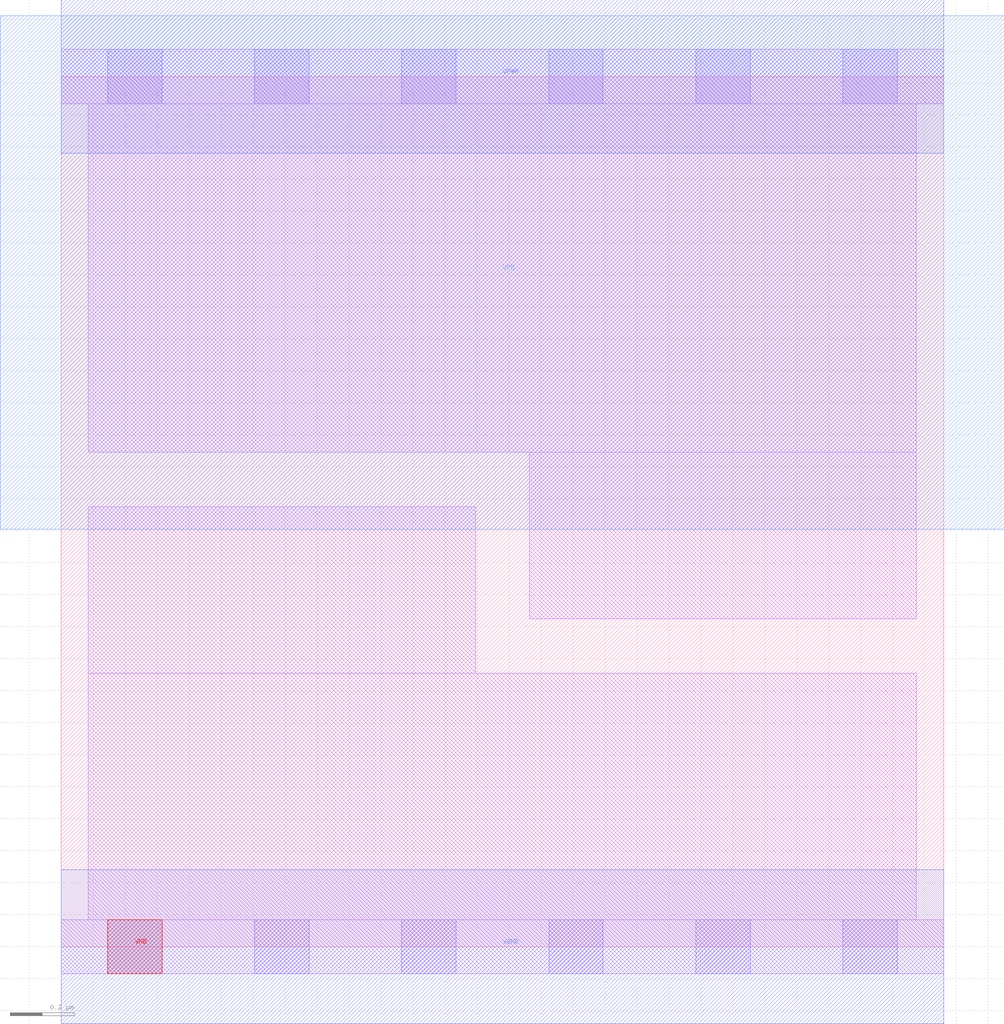
<source format=lef>
# Copyright 2020 The SkyWater PDK Authors
#
# Licensed under the Apache License, Version 2.0 (the "License");
# you may not use this file except in compliance with the License.
# You may obtain a copy of the License at
#
#     https://www.apache.org/licenses/LICENSE-2.0
#
# Unless required by applicable law or agreed to in writing, software
# distributed under the License is distributed on an "AS IS" BASIS,
# WITHOUT WARRANTIES OR CONDITIONS OF ANY KIND, either express or implied.
# See the License for the specific language governing permissions and
# limitations under the License.
#
# SPDX-License-Identifier: Apache-2.0

VERSION 5.7 ;
  NOWIREEXTENSIONATPIN ON ;
  DIVIDERCHAR "/" ;
  BUSBITCHARS "[]" ;
MACRO sky130_fd_sc_hd__decap_6
  CLASS CORE ;
  FOREIGN sky130_fd_sc_hd__decap_6 ;
  ORIGIN  0.000000  0.000000 ;
  SIZE  2.760000 BY  2.720000 ;
  SYMMETRY X Y R90 ;
  SITE unithd ;
  PIN VNB
    PORT
      LAYER pwell ;
        RECT 0.145000 -0.085000 0.315000 0.085000 ;
    END
  END VNB
  PIN VPB
    PORT
      LAYER nwell ;
        RECT -0.190000 1.305000 2.950000 2.910000 ;
    END
  END VPB
  PIN VGND
    DIRECTION INOUT ;
    SHAPE ABUTMENT ;
    USE GROUND ;
    PORT
      LAYER met1 ;
        RECT 0.000000 -0.240000 2.760000 0.240000 ;
    END
  END VGND
  PIN VPWR
    DIRECTION INOUT ;
    SHAPE ABUTMENT ;
    USE POWER ;
    PORT
      LAYER met1 ;
        RECT 0.000000 2.480000 2.760000 2.960000 ;
    END
  END VPWR
  OBS
    LAYER li1 ;
      RECT 0.000000 -0.085000 2.760000 0.085000 ;
      RECT 0.000000  2.635000 2.760000 2.805000 ;
      RECT 0.085000  0.085000 2.675000 0.855000 ;
      RECT 0.085000  0.855000 1.295000 1.375000 ;
      RECT 0.085000  1.545000 2.675000 2.635000 ;
      RECT 1.465000  1.025000 2.675000 1.545000 ;
    LAYER mcon ;
      RECT 0.145000 -0.085000 0.315000 0.085000 ;
      RECT 0.145000  2.635000 0.315000 2.805000 ;
      RECT 0.605000 -0.085000 0.775000 0.085000 ;
      RECT 0.605000  2.635000 0.775000 2.805000 ;
      RECT 1.065000 -0.085000 1.235000 0.085000 ;
      RECT 1.065000  2.635000 1.235000 2.805000 ;
      RECT 1.525000 -0.085000 1.695000 0.085000 ;
      RECT 1.525000  2.635000 1.695000 2.805000 ;
      RECT 1.985000 -0.085000 2.155000 0.085000 ;
      RECT 1.985000  2.635000 2.155000 2.805000 ;
      RECT 2.445000 -0.085000 2.615000 0.085000 ;
      RECT 2.445000  2.635000 2.615000 2.805000 ;
  END
END sky130_fd_sc_hd__decap_6
END LIBRARY

</source>
